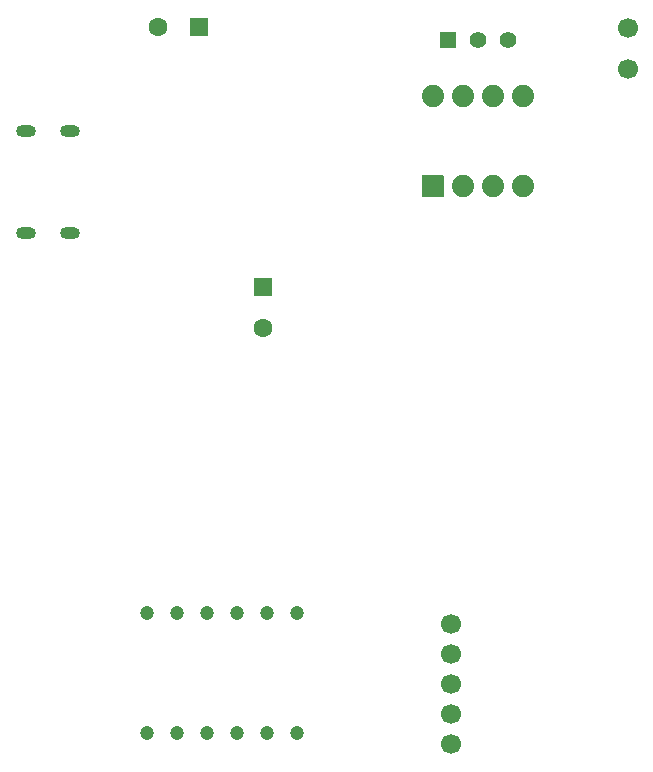
<source format=gbr>
G04 #@! TF.GenerationSoftware,KiCad,Pcbnew,9.0.4*
G04 #@! TF.CreationDate,2025-09-25T11:49:33+08:00*
G04 #@! TF.ProjectId,boost-convertor,626f6f73-742d-4636-9f6e-766572746f72,rev?*
G04 #@! TF.SameCoordinates,Original*
G04 #@! TF.FileFunction,Soldermask,Bot*
G04 #@! TF.FilePolarity,Negative*
%FSLAX46Y46*%
G04 Gerber Fmt 4.6, Leading zero omitted, Abs format (unit mm)*
G04 Created by KiCad (PCBNEW 9.0.4) date 2025-09-25 11:49:33*
%MOMM*%
%LPD*%
G01*
G04 APERTURE LIST*
G04 Aperture macros list*
%AMRoundRect*
0 Rectangle with rounded corners*
0 $1 Rounding radius*
0 $2 $3 $4 $5 $6 $7 $8 $9 X,Y pos of 4 corners*
0 Add a 4 corners polygon primitive as box body*
4,1,4,$2,$3,$4,$5,$6,$7,$8,$9,$2,$3,0*
0 Add four circle primitives for the rounded corners*
1,1,$1+$1,$2,$3*
1,1,$1+$1,$4,$5*
1,1,$1+$1,$6,$7*
1,1,$1+$1,$8,$9*
0 Add four rect primitives between the rounded corners*
20,1,$1+$1,$2,$3,$4,$5,0*
20,1,$1+$1,$4,$5,$6,$7,0*
20,1,$1+$1,$6,$7,$8,$9,0*
20,1,$1+$1,$8,$9,$2,$3,0*%
G04 Aperture macros list end*
%ADD10C,1.700000*%
%ADD11RoundRect,0.102000X0.838200X-0.838200X0.838200X0.838200X-0.838200X0.838200X-0.838200X-0.838200X0*%
%ADD12C,1.880400*%
%ADD13C,1.200000*%
%ADD14R,1.600000X1.600000*%
%ADD15C,1.600000*%
%ADD16O,1.700000X1.000000*%
%ADD17RoundRect,0.102000X-0.609000X-0.609000X0.609000X-0.609000X0.609000X0.609000X-0.609000X0.609000X0*%
%ADD18C,1.422000*%
G04 APERTURE END LIST*
D10*
X135920000Y-52460000D03*
X135920000Y-55960000D03*
D11*
X119440000Y-65810000D03*
D12*
X121980000Y-65810000D03*
X124520000Y-65810000D03*
X127060000Y-65810000D03*
X127060000Y-58190000D03*
X124520000Y-58190000D03*
X121980000Y-58190000D03*
X119440000Y-58190000D03*
D13*
X97740000Y-102040000D03*
X107900000Y-102040000D03*
X102820000Y-112200000D03*
X97740000Y-112200000D03*
X95200000Y-112200000D03*
X100280000Y-102040000D03*
X105360000Y-112200000D03*
X100280000Y-112200000D03*
X95200000Y-102040000D03*
X102820000Y-102040000D03*
X105360000Y-102040000D03*
X107900000Y-112200000D03*
D14*
X99640151Y-52400000D03*
D15*
X96140151Y-52400000D03*
D16*
X84927700Y-61204968D03*
X88727700Y-61204998D03*
X88727700Y-69845002D03*
X84927700Y-69845032D03*
D10*
X120950000Y-102895000D03*
X120950000Y-105435000D03*
X120950000Y-107975000D03*
X120950000Y-110515000D03*
X120950000Y-113055000D03*
D14*
X105025000Y-74397349D03*
D15*
X105025000Y-77897349D03*
D17*
X120670000Y-53500000D03*
D18*
X123210000Y-53500000D03*
X125750000Y-53500000D03*
M02*

</source>
